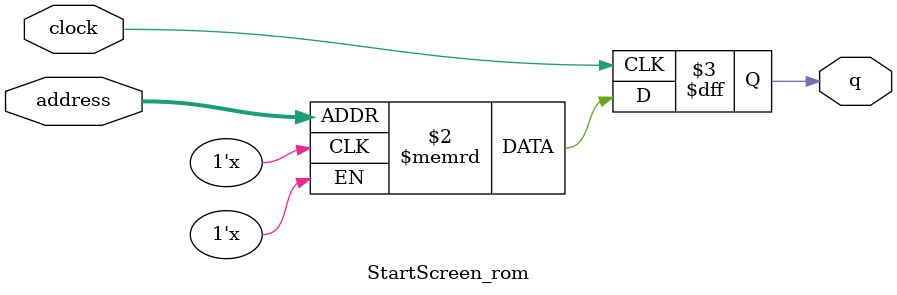
<source format=sv>
module StartScreen_rom (
	input logic clock,
	input logic [18:0] address,
	output logic [0:0] q
);

logic [0:0] memory [0:307199] /* synthesis ram_init_file = "./StartScreen/StartScreen.mif" */;

always_ff @ (posedge clock) begin
	q <= memory[address];
end

endmodule

</source>
